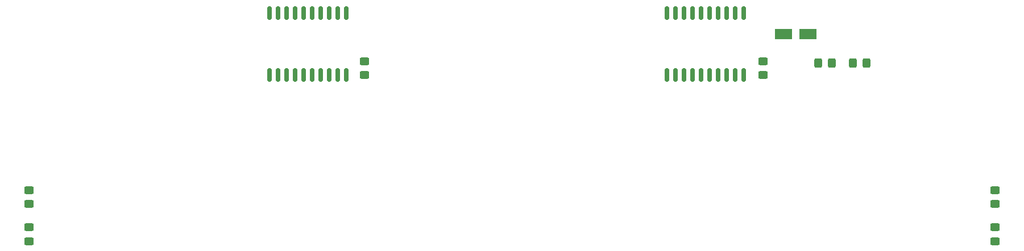
<source format=gbr>
G04 #@! TF.GenerationSoftware,KiCad,Pcbnew,(6.0.5)*
G04 #@! TF.CreationDate,2022-06-02T22:07:04-04:00*
G04 #@! TF.ProjectId,PB_16,50425f31-362e-46b6-9963-61645f706362,v1*
G04 #@! TF.SameCoordinates,Original*
G04 #@! TF.FileFunction,Paste,Top*
G04 #@! TF.FilePolarity,Positive*
%FSLAX46Y46*%
G04 Gerber Fmt 4.6, Leading zero omitted, Abs format (unit mm)*
G04 Created by KiCad (PCBNEW (6.0.5)) date 2022-06-02 22:07:04*
%MOMM*%
%LPD*%
G01*
G04 APERTURE LIST*
G04 Aperture macros list*
%AMRoundRect*
0 Rectangle with rounded corners*
0 $1 Rounding radius*
0 $2 $3 $4 $5 $6 $7 $8 $9 X,Y pos of 4 corners*
0 Add a 4 corners polygon primitive as box body*
4,1,4,$2,$3,$4,$5,$6,$7,$8,$9,$2,$3,0*
0 Add four circle primitives for the rounded corners*
1,1,$1+$1,$2,$3*
1,1,$1+$1,$4,$5*
1,1,$1+$1,$6,$7*
1,1,$1+$1,$8,$9*
0 Add four rect primitives between the rounded corners*
20,1,$1+$1,$2,$3,$4,$5,0*
20,1,$1+$1,$4,$5,$6,$7,0*
20,1,$1+$1,$6,$7,$8,$9,0*
20,1,$1+$1,$8,$9,$2,$3,0*%
G04 Aperture macros list end*
%ADD10RoundRect,0.249999X0.450001X-0.325001X0.450001X0.325001X-0.450001X0.325001X-0.450001X-0.325001X0*%
%ADD11RoundRect,0.249999X-0.450001X0.325001X-0.450001X-0.325001X0.450001X-0.325001X0.450001X0.325001X0*%
%ADD12RoundRect,0.249999X0.325001X0.450001X-0.325001X0.450001X-0.325001X-0.450001X0.325001X-0.450001X0*%
%ADD13RoundRect,0.150000X-0.150000X0.875000X-0.150000X-0.875000X0.150000X-0.875000X0.150000X0.875000X0*%
%ADD14RoundRect,0.250000X-1.050000X-0.550000X1.050000X-0.550000X1.050000X0.550000X-1.050000X0.550000X0*%
G04 APERTURE END LIST*
D10*
X181901000Y-104642800D03*
X181901000Y-102592800D03*
X122501000Y-104642800D03*
X122501000Y-102592800D03*
D11*
X72601000Y-121806000D03*
X72601000Y-123856000D03*
X72601000Y-127367000D03*
X72601000Y-129417000D03*
D12*
X192126000Y-102817800D03*
X190076000Y-102817800D03*
X197326000Y-102817800D03*
X195276000Y-102817800D03*
D11*
X216401000Y-127367000D03*
X216401000Y-129417000D03*
X216401000Y-121806000D03*
X216401000Y-123856000D03*
D13*
X179016000Y-95367800D03*
X177746000Y-95367800D03*
X176476000Y-95367800D03*
X175206000Y-95367800D03*
X173936000Y-95367800D03*
X172666000Y-95367800D03*
X171396000Y-95367800D03*
X170126000Y-95367800D03*
X168856000Y-95367800D03*
X167586000Y-95367800D03*
X167586000Y-104667800D03*
X168856000Y-104667800D03*
X170126000Y-104667800D03*
X171396000Y-104667800D03*
X172666000Y-104667800D03*
X173936000Y-104667800D03*
X175206000Y-104667800D03*
X176476000Y-104667800D03*
X177746000Y-104667800D03*
X179016000Y-104667800D03*
X119816000Y-95367800D03*
X118546000Y-95367800D03*
X117276000Y-95367800D03*
X116006000Y-95367800D03*
X114736000Y-95367800D03*
X113466000Y-95367800D03*
X112196000Y-95367800D03*
X110926000Y-95367800D03*
X109656000Y-95367800D03*
X108386000Y-95367800D03*
X108386000Y-104667800D03*
X109656000Y-104667800D03*
X110926000Y-104667800D03*
X112196000Y-104667800D03*
X113466000Y-104667800D03*
X114736000Y-104667800D03*
X116006000Y-104667800D03*
X117276000Y-104667800D03*
X118546000Y-104667800D03*
X119816000Y-104667800D03*
D14*
X184951000Y-98517800D03*
X188551000Y-98517800D03*
M02*

</source>
